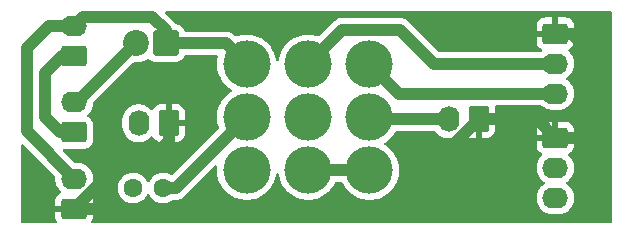
<source format=gbr>
%TF.GenerationSoftware,KiCad,Pcbnew,9.0.2*%
%TF.CreationDate,2025-06-25T15:10:39+01:00*%
%TF.ProjectId,FootSw,466f6f74-5377-42e6-9b69-6361645f7063,V1.1*%
%TF.SameCoordinates,Original*%
%TF.FileFunction,Copper,L2,Bot*%
%TF.FilePolarity,Positive*%
%FSLAX46Y46*%
G04 Gerber Fmt 4.6, Leading zero omitted, Abs format (unit mm)*
G04 Created by KiCad (PCBNEW 9.0.2) date 2025-06-25 15:10:39*
%MOMM*%
%LPD*%
G01*
G04 APERTURE LIST*
G04 Aperture macros list*
%AMRoundRect*
0 Rectangle with rounded corners*
0 $1 Rounding radius*
0 $2 $3 $4 $5 $6 $7 $8 $9 X,Y pos of 4 corners*
0 Add a 4 corners polygon primitive as box body*
4,1,4,$2,$3,$4,$5,$6,$7,$8,$9,$2,$3,0*
0 Add four circle primitives for the rounded corners*
1,1,$1+$1,$2,$3*
1,1,$1+$1,$4,$5*
1,1,$1+$1,$6,$7*
1,1,$1+$1,$8,$9*
0 Add four rect primitives between the rounded corners*
20,1,$1+$1,$2,$3,$4,$5,0*
20,1,$1+$1,$4,$5,$6,$7,0*
20,1,$1+$1,$6,$7,$8,$9,0*
20,1,$1+$1,$8,$9,$2,$3,0*%
G04 Aperture macros list end*
%TA.AperFunction,ComponentPad*%
%ADD10O,2.190000X1.740000*%
%TD*%
%TA.AperFunction,ComponentPad*%
%ADD11RoundRect,0.250000X0.845000X-0.620000X0.845000X0.620000X-0.845000X0.620000X-0.845000X-0.620000X0*%
%TD*%
%TA.AperFunction,ComponentPad*%
%ADD12C,1.600000*%
%TD*%
%TA.AperFunction,ComponentPad*%
%ADD13RoundRect,0.249999X0.850001X0.850001X-0.850001X0.850001X-0.850001X-0.850001X0.850001X-0.850001X0*%
%TD*%
%TA.AperFunction,ComponentPad*%
%ADD14C,2.200000*%
%TD*%
%TA.AperFunction,ComponentPad*%
%ADD15C,4.000000*%
%TD*%
%TA.AperFunction,ComponentPad*%
%ADD16RoundRect,0.250000X0.620000X0.845000X-0.620000X0.845000X-0.620000X-0.845000X0.620000X-0.845000X0*%
%TD*%
%TA.AperFunction,ComponentPad*%
%ADD17O,1.740000X2.190000*%
%TD*%
%TA.AperFunction,ComponentPad*%
%ADD18RoundRect,0.250000X-0.845000X0.620000X-0.845000X-0.620000X0.845000X-0.620000X0.845000X0.620000X0*%
%TD*%
%TA.AperFunction,Conductor*%
%ADD19C,1.000000*%
%TD*%
G04 APERTURE END LIST*
D10*
%TO.P,J8,2,Pin_2*%
%TO.N,Net-(D2-K)*%
X59500000Y-64210000D03*
D11*
%TO.P,J8,1,Pin_1*%
%TO.N,GND*%
X59500000Y-66750000D03*
%TD*%
D12*
%TO.P,R1,1*%
%TO.N,Net-(R1-Pad1)*%
X67045000Y-65000000D03*
%TO.P,R1,2*%
%TO.N,Net-(J5-Pin_2)*%
X64505000Y-65000000D03*
%TD*%
D13*
%TO.P,D2,1,K*%
%TO.N,Net-(D2-K)*%
X67250000Y-52750000D03*
D14*
%TO.P,D2,2,A*%
%TO.N,Net-(D2-A)*%
X64710000Y-52750000D03*
%TD*%
D15*
%TO.P,SW1,A1,A*%
%TO.N,Net-(D2-K)*%
X74100000Y-54500000D03*
%TO.P,SW1,A2,B*%
%TO.N,Net-(R1-Pad1)*%
X74100000Y-59000000D03*
%TO.P,SW1,A3,C*%
%TO.N,unconnected-(SW1-C-PadA3)*%
X74100000Y-63500000D03*
%TO.P,SW1,B1,A*%
%TO.N,Net-(J7-Pin_2)*%
X79300000Y-54500000D03*
%TO.P,SW1,B2,B*%
%TO.N,Net-(J1-Pin_3)*%
X79300000Y-59000000D03*
%TO.P,SW1,B3,C*%
%TO.N,Net-(SW1-C-PadB3)*%
X79300000Y-63500000D03*
%TO.P,SW1,C1,A*%
%TO.N,Net-(J7-Pin_3)*%
X84500000Y-54500000D03*
%TO.P,SW1,C2,B*%
%TO.N,Net-(J2-Pin_2)*%
X84500000Y-59000000D03*
%TO.P,SW1,C3,C*%
%TO.N,Net-(SW1-C-PadB3)*%
X84500000Y-63500000D03*
%TD*%
D11*
%TO.P,J9,1,Pin_1*%
%TO.N,Net-(J1-Pin_2)*%
X59500000Y-60290000D03*
D10*
%TO.P,J9,2,Pin_2*%
%TO.N,Net-(D2-A)*%
X59500000Y-57750000D03*
%TD*%
D16*
%TO.P,J5,1,Pin_1*%
%TO.N,GND*%
X67500000Y-59500000D03*
D17*
%TO.P,J5,2,Pin_2*%
%TO.N,Net-(J5-Pin_2)*%
X64960000Y-59500000D03*
%TD*%
D11*
%TO.P,J4,1,Pin_1*%
%TO.N,Net-(J1-Pin_2)*%
X59500000Y-53800000D03*
D10*
%TO.P,J4,2,Pin_2*%
%TO.N,Net-(D2-K)*%
X59500000Y-51260000D03*
%TD*%
D18*
%TO.P,J1,1,Pin_1*%
%TO.N,GND*%
X100250000Y-60750000D03*
D10*
%TO.P,J1,2,Pin_2*%
%TO.N,Net-(J1-Pin_2)*%
X100250000Y-63290000D03*
%TO.P,J1,3,Pin_3*%
%TO.N,Net-(J1-Pin_3)*%
X100250000Y-65830000D03*
%TD*%
D18*
%TO.P,J7,1,Pin_1*%
%TO.N,GND*%
X100250000Y-51920000D03*
D10*
%TO.P,J7,2,Pin_2*%
%TO.N,Net-(J7-Pin_2)*%
X100250000Y-54460000D03*
%TO.P,J7,3,Pin_3*%
%TO.N,Net-(J7-Pin_3)*%
X100250000Y-57000000D03*
%TD*%
D16*
%TO.P,J2,1,Pin_1*%
%TO.N,GND*%
X93750000Y-59170000D03*
D17*
%TO.P,J2,2,Pin_2*%
%TO.N,Net-(J2-Pin_2)*%
X91210000Y-59170000D03*
%TD*%
D19*
%TO.N,Net-(J7-Pin_2)*%
X100250000Y-54460000D02*
X89960000Y-54460000D01*
X89960000Y-54460000D02*
X87091791Y-51591791D01*
X87091791Y-51591791D02*
X82208209Y-51591791D01*
X82208209Y-51591791D02*
X79300000Y-54500000D01*
%TO.N,GND*%
X59500000Y-66750000D02*
X62250000Y-64000000D01*
X62250000Y-62250000D02*
X66250000Y-62250000D01*
X62250000Y-64000000D02*
X62250000Y-62250000D01*
X66250000Y-62250000D02*
X67500000Y-61000000D01*
X67500000Y-61000000D02*
X67500000Y-59500000D01*
%TO.N,Net-(J1-Pin_2)*%
X59500000Y-60290000D02*
X58290000Y-60290000D01*
X57000000Y-55250000D02*
X58450000Y-53800000D01*
X58290000Y-60290000D02*
X57000000Y-59000000D01*
X57000000Y-59000000D02*
X57000000Y-55250000D01*
X58450000Y-53800000D02*
X59500000Y-53800000D01*
%TO.N,Net-(D2-K)*%
X59500000Y-51260000D02*
X57405000Y-51260000D01*
X57405000Y-51260000D02*
X55501000Y-53164000D01*
X55501000Y-53164000D02*
X55501000Y-60211000D01*
X55501000Y-60211000D02*
X59500000Y-64210000D01*
X59500000Y-51260000D02*
X60259000Y-50501000D01*
X60259000Y-50501000D02*
X66100999Y-50501000D01*
X66100999Y-50501000D02*
X67250000Y-51650001D01*
X67250000Y-51650001D02*
X67250000Y-52750000D01*
%TO.N,GND*%
X100250000Y-60750000D02*
X102250000Y-60750000D01*
X102250000Y-60750000D02*
X104499000Y-58501000D01*
X104499000Y-58501000D02*
X104499000Y-54749000D01*
X104499000Y-54749000D02*
X101670000Y-51920000D01*
X101670000Y-51920000D02*
X100250000Y-51920000D01*
X93750000Y-59170000D02*
X98670000Y-59170000D01*
X98670000Y-59170000D02*
X100250000Y-60750000D01*
X59500000Y-66750000D02*
X86170000Y-66750000D01*
X86170000Y-66750000D02*
X93750000Y-59170000D01*
%TO.N,Net-(R1-Pad1)*%
X67045000Y-65000000D02*
X68100000Y-65000000D01*
X68100000Y-65000000D02*
X74100000Y-59000000D01*
%TO.N,Net-(D2-K)*%
X67250000Y-52750000D02*
X72350000Y-52750000D01*
X72350000Y-52750000D02*
X74100000Y-54500000D01*
%TO.N,Net-(D2-A)*%
X59500000Y-57750000D02*
X59710000Y-57750000D01*
X59710000Y-57750000D02*
X64710000Y-52750000D01*
%TO.N,Net-(J7-Pin_3)*%
X100250000Y-57000000D02*
X87000000Y-57000000D01*
X87000000Y-57000000D02*
X84500000Y-54500000D01*
%TO.N,Net-(J2-Pin_2)*%
X91210000Y-59170000D02*
X84670000Y-59170000D01*
X84670000Y-59170000D02*
X84500000Y-59000000D01*
%TO.N,Net-(SW1-C-PadB3)*%
X84500000Y-63500000D02*
X79300000Y-63500000D01*
%TD*%
%TA.AperFunction,Conductor*%
%TO.N,GND*%
G36*
X55205703Y-61331069D02*
G01*
X55212181Y-61337101D01*
X57869766Y-63994686D01*
X57903251Y-64056009D01*
X57904430Y-64097241D01*
X57904882Y-64097277D01*
X57904551Y-64101472D01*
X57904560Y-64101752D01*
X57904500Y-64102128D01*
X57904500Y-64317866D01*
X57938245Y-64530922D01*
X57938246Y-64530926D01*
X58004908Y-64736089D01*
X58102843Y-64928299D01*
X58229641Y-65102821D01*
X58229643Y-65102823D01*
X58372003Y-65245183D01*
X58405488Y-65306506D01*
X58400504Y-65376198D01*
X58358632Y-65432131D01*
X58336728Y-65445245D01*
X58335885Y-65445637D01*
X58186654Y-65537684D01*
X58062684Y-65661654D01*
X57970643Y-65810875D01*
X57970641Y-65810880D01*
X57915494Y-65977302D01*
X57915493Y-65977309D01*
X57905000Y-66080013D01*
X57905000Y-66500000D01*
X58957291Y-66500000D01*
X58945548Y-66520339D01*
X58905000Y-66671667D01*
X58905000Y-66828333D01*
X58945548Y-66979661D01*
X58957291Y-67000000D01*
X57905001Y-67000000D01*
X57905001Y-67419986D01*
X57915494Y-67522697D01*
X57970641Y-67689119D01*
X57970643Y-67689124D01*
X58045449Y-67810403D01*
X58063889Y-67877796D01*
X58042966Y-67944459D01*
X57989324Y-67989229D01*
X57939910Y-67999500D01*
X55124500Y-67999500D01*
X55057461Y-67979815D01*
X55011706Y-67927011D01*
X55000500Y-67875500D01*
X55000500Y-61424782D01*
X55020185Y-61357743D01*
X55072989Y-61311988D01*
X55142147Y-61302044D01*
X55205703Y-61331069D01*
G37*
%TD.AperFunction*%
%TA.AperFunction,Conductor*%
G36*
X104942539Y-50020185D02*
G01*
X104988294Y-50072989D01*
X104999500Y-50124500D01*
X104999500Y-67875500D01*
X104979815Y-67942539D01*
X104927011Y-67988294D01*
X104875500Y-67999500D01*
X61060090Y-67999500D01*
X60993051Y-67979815D01*
X60947296Y-67927011D01*
X60937352Y-67857853D01*
X60954551Y-67810403D01*
X61029356Y-67689124D01*
X61029358Y-67689119D01*
X61084505Y-67522697D01*
X61084506Y-67522690D01*
X61094999Y-67419986D01*
X61095000Y-67419973D01*
X61095000Y-67000000D01*
X60042709Y-67000000D01*
X60054452Y-66979661D01*
X60095000Y-66828333D01*
X60095000Y-66671667D01*
X60054452Y-66520339D01*
X60042709Y-66500000D01*
X61094999Y-66500000D01*
X61094999Y-66080028D01*
X61094998Y-66080013D01*
X61084505Y-65977302D01*
X61029358Y-65810880D01*
X61029356Y-65810875D01*
X60937315Y-65661654D01*
X60813345Y-65537684D01*
X60664118Y-65445640D01*
X60663277Y-65445248D01*
X60662796Y-65444824D01*
X60657975Y-65441851D01*
X60658483Y-65441027D01*
X60610836Y-65399078D01*
X60591681Y-65331885D01*
X60611894Y-65265003D01*
X60627987Y-65245192D01*
X60770359Y-65102821D01*
X60897157Y-64928299D01*
X60995092Y-64736089D01*
X61061754Y-64530926D01*
X61092729Y-64335359D01*
X61095500Y-64317866D01*
X61095500Y-64102133D01*
X61061754Y-63889077D01*
X61061754Y-63889074D01*
X60995092Y-63683911D01*
X60897157Y-63491701D01*
X60770359Y-63317179D01*
X60617821Y-63164641D01*
X60443299Y-63037843D01*
X60251089Y-62939908D01*
X60045926Y-62873246D01*
X60045924Y-62873245D01*
X60045922Y-62873245D01*
X59832866Y-62839500D01*
X59832861Y-62839500D01*
X59595782Y-62839500D01*
X59528743Y-62819815D01*
X59508101Y-62803181D01*
X58577100Y-61872180D01*
X58543615Y-61810857D01*
X58548599Y-61741165D01*
X58590471Y-61685232D01*
X58655935Y-61660815D01*
X58664753Y-61660499D01*
X60395008Y-61660499D01*
X60497797Y-61649999D01*
X60664334Y-61594814D01*
X60813656Y-61502712D01*
X60937712Y-61378656D01*
X61029814Y-61229334D01*
X61084999Y-61062797D01*
X61095500Y-60960009D01*
X61095499Y-59619992D01*
X61091243Y-59578333D01*
X61084999Y-59517203D01*
X61084998Y-59517200D01*
X61029814Y-59350666D01*
X61025358Y-59343441D01*
X60953761Y-59227363D01*
X60953760Y-59227361D01*
X60937714Y-59201347D01*
X60937711Y-59201343D01*
X60903501Y-59167133D01*
X63589500Y-59167133D01*
X63589500Y-59832866D01*
X63612377Y-59977302D01*
X63623246Y-60045926D01*
X63682577Y-60228528D01*
X63689909Y-60251091D01*
X63708624Y-60287821D01*
X63787843Y-60443299D01*
X63914641Y-60617821D01*
X64067179Y-60770359D01*
X64241701Y-60897157D01*
X64433911Y-60995092D01*
X64639074Y-61061754D01*
X64718973Y-61074408D01*
X64852134Y-61095500D01*
X64852139Y-61095500D01*
X65067866Y-61095500D01*
X65186230Y-61076752D01*
X65280926Y-61061754D01*
X65486089Y-60995092D01*
X65678299Y-60897157D01*
X65852821Y-60770359D01*
X65995186Y-60627993D01*
X66056505Y-60594511D01*
X66126197Y-60599495D01*
X66182131Y-60641366D01*
X66195248Y-60663277D01*
X66195640Y-60664118D01*
X66287684Y-60813345D01*
X66411654Y-60937315D01*
X66560875Y-61029356D01*
X66560880Y-61029358D01*
X66727302Y-61084505D01*
X66727309Y-61084506D01*
X66830019Y-61094999D01*
X67249999Y-61094999D01*
X67250000Y-61094998D01*
X67250000Y-60042709D01*
X67270339Y-60054452D01*
X67421667Y-60095000D01*
X67578333Y-60095000D01*
X67729661Y-60054452D01*
X67750000Y-60042709D01*
X67750000Y-61094999D01*
X68169972Y-61094999D01*
X68169986Y-61094998D01*
X68272697Y-61084505D01*
X68439119Y-61029358D01*
X68439124Y-61029356D01*
X68588345Y-60937315D01*
X68712315Y-60813345D01*
X68804356Y-60664124D01*
X68804358Y-60664119D01*
X68859505Y-60497697D01*
X68859506Y-60497690D01*
X68869999Y-60394986D01*
X68870000Y-60394973D01*
X68870000Y-59750000D01*
X68042709Y-59750000D01*
X68054452Y-59729661D01*
X68095000Y-59578333D01*
X68095000Y-59421667D01*
X68054452Y-59270339D01*
X68042709Y-59250000D01*
X68869999Y-59250000D01*
X68869999Y-58605028D01*
X68869998Y-58605013D01*
X68859505Y-58502302D01*
X68804358Y-58335880D01*
X68804356Y-58335875D01*
X68712315Y-58186654D01*
X68588345Y-58062684D01*
X68439124Y-57970643D01*
X68439119Y-57970641D01*
X68272697Y-57915494D01*
X68272690Y-57915493D01*
X68169986Y-57905000D01*
X67750000Y-57905000D01*
X67750000Y-58957290D01*
X67729661Y-58945548D01*
X67578333Y-58905000D01*
X67421667Y-58905000D01*
X67270339Y-58945548D01*
X67250000Y-58957290D01*
X67250000Y-57905000D01*
X66830028Y-57905000D01*
X66830012Y-57905001D01*
X66727302Y-57915494D01*
X66560880Y-57970641D01*
X66560875Y-57970643D01*
X66411654Y-58062684D01*
X66287684Y-58186654D01*
X66195637Y-58335885D01*
X66195245Y-58336728D01*
X66194821Y-58337208D01*
X66191851Y-58342025D01*
X66191027Y-58341517D01*
X66149072Y-58389167D01*
X66081879Y-58408318D01*
X66014998Y-58388101D01*
X65995183Y-58372003D01*
X65852823Y-58229643D01*
X65852821Y-58229641D01*
X65678299Y-58102843D01*
X65486089Y-58004908D01*
X65280926Y-57938246D01*
X65280924Y-57938245D01*
X65280922Y-57938245D01*
X65067866Y-57904500D01*
X65067861Y-57904500D01*
X64852139Y-57904500D01*
X64852134Y-57904500D01*
X64639077Y-57938245D01*
X64433908Y-58004909D01*
X64241700Y-58102843D01*
X64142129Y-58175186D01*
X64067179Y-58229641D01*
X64067177Y-58229643D01*
X64067176Y-58229643D01*
X63914643Y-58382176D01*
X63914643Y-58382177D01*
X63914641Y-58382179D01*
X63909564Y-58389167D01*
X63787843Y-58556700D01*
X63689909Y-58748908D01*
X63623245Y-58954077D01*
X63589500Y-59167133D01*
X60903501Y-59167133D01*
X60813657Y-59077289D01*
X60813656Y-59077288D01*
X60664334Y-58985186D01*
X60664326Y-58985181D01*
X60663645Y-58984864D01*
X60663256Y-58984521D01*
X60658187Y-58981395D01*
X60658721Y-58980528D01*
X60611208Y-58938688D01*
X60592060Y-58871494D01*
X60612280Y-58804614D01*
X60628366Y-58784813D01*
X60770359Y-58642821D01*
X60897157Y-58468299D01*
X60995092Y-58276089D01*
X61061754Y-58070926D01*
X61077637Y-57970643D01*
X61095500Y-57857866D01*
X61095500Y-57830781D01*
X61115185Y-57763742D01*
X61131814Y-57743105D01*
X64488349Y-54386569D01*
X64549670Y-54353086D01*
X64579166Y-54351086D01*
X64579166Y-54350500D01*
X64835961Y-54350500D01*
X64835962Y-54350500D01*
X65084785Y-54311090D01*
X65324379Y-54233241D01*
X65548845Y-54118870D01*
X65641936Y-54051234D01*
X65707742Y-54027754D01*
X65775796Y-54043579D01*
X65802503Y-54063871D01*
X65807288Y-54068656D01*
X65931344Y-54192712D01*
X66080665Y-54284814D01*
X66247202Y-54339999D01*
X66349990Y-54350500D01*
X66349995Y-54350500D01*
X68150005Y-54350500D01*
X68150010Y-54350500D01*
X68252798Y-54339999D01*
X68419335Y-54284814D01*
X68568656Y-54192712D01*
X68692712Y-54068656D01*
X68784814Y-53919335D01*
X68812596Y-53835494D01*
X68852368Y-53778051D01*
X68916883Y-53751228D01*
X68930301Y-53750500D01*
X71550772Y-53750500D01*
X71617811Y-53770185D01*
X71663566Y-53822989D01*
X71673510Y-53892147D01*
X71671663Y-53902092D01*
X71630945Y-54080487D01*
X71630942Y-54080505D01*
X71599500Y-54359568D01*
X71599500Y-54640431D01*
X71630942Y-54919494D01*
X71630945Y-54919512D01*
X71693439Y-55193317D01*
X71693443Y-55193329D01*
X71786200Y-55458411D01*
X71908053Y-55711442D01*
X71935691Y-55755427D01*
X72057477Y-55949248D01*
X72232584Y-56168825D01*
X72431175Y-56367416D01*
X72650752Y-56542523D01*
X72781727Y-56624820D01*
X72813852Y-56645006D01*
X72860143Y-56697341D01*
X72870791Y-56766394D01*
X72842416Y-56830243D01*
X72813852Y-56854994D01*
X72650753Y-56957476D01*
X72431175Y-57132583D01*
X72232583Y-57331175D01*
X72057476Y-57550753D01*
X71908053Y-57788557D01*
X71786200Y-58041588D01*
X71693443Y-58306670D01*
X71693439Y-58306682D01*
X71630945Y-58580487D01*
X71630942Y-58580505D01*
X71599500Y-58859568D01*
X71599500Y-59140431D01*
X71630942Y-59419494D01*
X71630945Y-59419512D01*
X71693439Y-59693317D01*
X71693440Y-59693319D01*
X71745034Y-59840769D01*
X71748595Y-59910548D01*
X71715673Y-59969404D01*
X67837187Y-63847891D01*
X67775864Y-63881376D01*
X67706172Y-63876392D01*
X67693211Y-63870695D01*
X67544223Y-63794781D01*
X67349534Y-63731522D01*
X67174995Y-63703878D01*
X67147352Y-63699500D01*
X66942648Y-63699500D01*
X66918329Y-63703351D01*
X66740465Y-63731522D01*
X66545776Y-63794781D01*
X66363386Y-63887715D01*
X66197786Y-64008028D01*
X66053028Y-64152786D01*
X65932715Y-64318386D01*
X65885485Y-64411080D01*
X65837510Y-64461876D01*
X65769689Y-64478671D01*
X65703554Y-64456134D01*
X65664515Y-64411080D01*
X65663883Y-64409840D01*
X65617287Y-64318390D01*
X65609556Y-64307749D01*
X65496971Y-64152786D01*
X65352213Y-64008028D01*
X65186613Y-63887715D01*
X65186612Y-63887714D01*
X65186610Y-63887713D01*
X65108455Y-63847891D01*
X65004223Y-63794781D01*
X64809534Y-63731522D01*
X64634995Y-63703878D01*
X64607352Y-63699500D01*
X64402648Y-63699500D01*
X64378329Y-63703351D01*
X64200465Y-63731522D01*
X64005776Y-63794781D01*
X63823386Y-63887715D01*
X63657786Y-64008028D01*
X63513028Y-64152786D01*
X63392715Y-64318386D01*
X63299781Y-64500776D01*
X63236522Y-64695465D01*
X63204500Y-64897648D01*
X63204500Y-65102352D01*
X63204575Y-65102823D01*
X63236522Y-65304534D01*
X63299781Y-65499223D01*
X63363691Y-65624653D01*
X63370381Y-65637782D01*
X63392715Y-65681613D01*
X63513028Y-65847213D01*
X63657786Y-65991971D01*
X63778968Y-66080013D01*
X63823390Y-66112287D01*
X63907219Y-66155000D01*
X64005776Y-66205218D01*
X64005778Y-66205218D01*
X64005781Y-66205220D01*
X64110137Y-66239127D01*
X64200465Y-66268477D01*
X64234591Y-66273882D01*
X64402648Y-66300500D01*
X64402649Y-66300500D01*
X64607351Y-66300500D01*
X64607352Y-66300500D01*
X64809534Y-66268477D01*
X65004219Y-66205220D01*
X65186610Y-66112287D01*
X65307877Y-66024182D01*
X65352213Y-65991971D01*
X65352215Y-65991968D01*
X65352219Y-65991966D01*
X65496966Y-65847219D01*
X65496968Y-65847215D01*
X65496971Y-65847213D01*
X65601913Y-65702770D01*
X65617287Y-65681610D01*
X65664516Y-65588917D01*
X65712489Y-65538123D01*
X65780310Y-65521328D01*
X65846445Y-65543865D01*
X65885483Y-65588917D01*
X65922545Y-65661654D01*
X65932715Y-65681614D01*
X66053028Y-65847213D01*
X66197786Y-65991971D01*
X66318968Y-66080013D01*
X66363390Y-66112287D01*
X66447219Y-66155000D01*
X66545776Y-66205218D01*
X66545778Y-66205218D01*
X66545781Y-66205220D01*
X66650137Y-66239127D01*
X66740465Y-66268477D01*
X66774591Y-66273882D01*
X66942648Y-66300500D01*
X66942649Y-66300500D01*
X67147351Y-66300500D01*
X67147352Y-66300500D01*
X67349534Y-66268477D01*
X67544219Y-66205220D01*
X67726610Y-66112287D01*
X67847877Y-66024181D01*
X67913683Y-66000702D01*
X67920762Y-66000500D01*
X68198542Y-66000500D01*
X68217672Y-65996694D01*
X68295188Y-65981275D01*
X68391836Y-65962051D01*
X68450235Y-65937861D01*
X68573914Y-65886632D01*
X68737782Y-65777139D01*
X68877139Y-65637782D01*
X68877139Y-65637780D01*
X68887347Y-65627573D01*
X68887348Y-65627570D01*
X71405321Y-63109597D01*
X71466643Y-63076114D01*
X71536335Y-63081098D01*
X71592268Y-63122970D01*
X71616685Y-63188434D01*
X71616221Y-63211163D01*
X71599500Y-63359568D01*
X71599500Y-63640431D01*
X71630942Y-63919494D01*
X71630945Y-63919512D01*
X71693439Y-64193317D01*
X71693443Y-64193329D01*
X71786200Y-64458411D01*
X71908053Y-64711442D01*
X71908055Y-64711445D01*
X72057477Y-64949248D01*
X72232584Y-65168825D01*
X72431175Y-65367416D01*
X72650752Y-65542523D01*
X72888555Y-65691945D01*
X73141592Y-65813801D01*
X73340680Y-65883465D01*
X73406670Y-65906556D01*
X73406682Y-65906560D01*
X73680491Y-65969055D01*
X73680497Y-65969055D01*
X73680505Y-65969057D01*
X73866547Y-65990018D01*
X73959569Y-66000499D01*
X73959572Y-66000500D01*
X73959575Y-66000500D01*
X74240428Y-66000500D01*
X74240429Y-66000499D01*
X74411053Y-65981275D01*
X74519494Y-65969057D01*
X74519499Y-65969056D01*
X74519509Y-65969055D01*
X74793318Y-65906560D01*
X75058408Y-65813801D01*
X75311445Y-65691945D01*
X75549248Y-65542523D01*
X75768825Y-65367416D01*
X75967416Y-65168825D01*
X76142523Y-64949248D01*
X76291945Y-64711445D01*
X76413801Y-64458408D01*
X76506560Y-64193318D01*
X76569055Y-63919509D01*
X76572484Y-63889077D01*
X76576780Y-63850952D01*
X76603846Y-63786538D01*
X76661441Y-63746982D01*
X76731278Y-63744845D01*
X76791185Y-63780803D01*
X76822140Y-63843441D01*
X76823220Y-63850952D01*
X76830942Y-63919494D01*
X76830945Y-63919512D01*
X76893439Y-64193317D01*
X76893443Y-64193329D01*
X76986200Y-64458411D01*
X77108053Y-64711442D01*
X77108055Y-64711445D01*
X77257477Y-64949248D01*
X77432584Y-65168825D01*
X77631175Y-65367416D01*
X77850752Y-65542523D01*
X78088555Y-65691945D01*
X78341592Y-65813801D01*
X78540680Y-65883465D01*
X78606670Y-65906556D01*
X78606682Y-65906560D01*
X78880491Y-65969055D01*
X78880497Y-65969055D01*
X78880505Y-65969057D01*
X79066547Y-65990018D01*
X79159569Y-66000499D01*
X79159572Y-66000500D01*
X79159575Y-66000500D01*
X79440428Y-66000500D01*
X79440429Y-66000499D01*
X79611053Y-65981275D01*
X79719494Y-65969057D01*
X79719499Y-65969056D01*
X79719509Y-65969055D01*
X79993318Y-65906560D01*
X80258408Y-65813801D01*
X80511445Y-65691945D01*
X80749248Y-65542523D01*
X80968825Y-65367416D01*
X81167416Y-65168825D01*
X81342523Y-64949248D01*
X81491945Y-64711445D01*
X81516567Y-64660318D01*
X81559725Y-64570699D01*
X81606547Y-64518839D01*
X81671445Y-64500500D01*
X82128555Y-64500500D01*
X82195594Y-64520185D01*
X82240275Y-64570699D01*
X82308051Y-64711439D01*
X82308055Y-64711445D01*
X82457477Y-64949248D01*
X82632584Y-65168825D01*
X82831175Y-65367416D01*
X83050752Y-65542523D01*
X83288555Y-65691945D01*
X83541592Y-65813801D01*
X83740680Y-65883465D01*
X83806670Y-65906556D01*
X83806682Y-65906560D01*
X84080491Y-65969055D01*
X84080497Y-65969055D01*
X84080505Y-65969057D01*
X84266547Y-65990018D01*
X84359569Y-66000499D01*
X84359572Y-66000500D01*
X84359575Y-66000500D01*
X84640428Y-66000500D01*
X84640429Y-66000499D01*
X84811053Y-65981275D01*
X84919494Y-65969057D01*
X84919499Y-65969056D01*
X84919509Y-65969055D01*
X85193318Y-65906560D01*
X85458408Y-65813801D01*
X85711445Y-65691945D01*
X85949248Y-65542523D01*
X86168825Y-65367416D01*
X86367416Y-65168825D01*
X86542523Y-64949248D01*
X86691945Y-64711445D01*
X86813801Y-64458408D01*
X86906560Y-64193318D01*
X86969055Y-63919509D01*
X86972638Y-63887715D01*
X86995600Y-63683911D01*
X87000500Y-63640425D01*
X87000500Y-63359575D01*
X86988494Y-63253017D01*
X86981524Y-63191150D01*
X86980508Y-63182133D01*
X98654500Y-63182133D01*
X98654500Y-63397866D01*
X98688245Y-63610922D01*
X98688246Y-63610926D01*
X98754908Y-63816089D01*
X98852843Y-64008299D01*
X98979641Y-64182821D01*
X99132179Y-64335359D01*
X99236400Y-64411080D01*
X99303294Y-64459682D01*
X99345959Y-64515012D01*
X99351938Y-64584626D01*
X99319332Y-64646421D01*
X99303294Y-64660318D01*
X99241684Y-64705081D01*
X99132179Y-64784641D01*
X99132177Y-64784643D01*
X99132176Y-64784643D01*
X98979643Y-64937176D01*
X98979643Y-64937177D01*
X98979641Y-64937179D01*
X98925186Y-65012129D01*
X98852843Y-65111700D01*
X98754909Y-65303908D01*
X98688245Y-65509077D01*
X98654500Y-65722133D01*
X98654500Y-65937866D01*
X98682126Y-66112287D01*
X98688246Y-66150926D01*
X98754908Y-66356089D01*
X98852843Y-66548299D01*
X98979641Y-66722821D01*
X99132179Y-66875359D01*
X99306701Y-67002157D01*
X99498911Y-67100092D01*
X99704074Y-67166754D01*
X99783973Y-67179408D01*
X99917134Y-67200500D01*
X99917139Y-67200500D01*
X100582866Y-67200500D01*
X100701230Y-67181752D01*
X100795926Y-67166754D01*
X101001089Y-67100092D01*
X101193299Y-67002157D01*
X101367821Y-66875359D01*
X101520359Y-66722821D01*
X101647157Y-66548299D01*
X101745092Y-66356089D01*
X101811754Y-66150926D01*
X101835579Y-66000500D01*
X101845500Y-65937866D01*
X101845500Y-65722133D01*
X101816285Y-65537684D01*
X101811754Y-65509074D01*
X101745092Y-65303911D01*
X101647157Y-65111701D01*
X101520359Y-64937179D01*
X101367821Y-64784641D01*
X101196704Y-64660317D01*
X101154040Y-64604988D01*
X101148061Y-64535374D01*
X101180667Y-64473580D01*
X101196702Y-64459684D01*
X101367821Y-64335359D01*
X101520359Y-64182821D01*
X101647157Y-64008299D01*
X101745092Y-63816089D01*
X101811754Y-63610926D01*
X101830637Y-63491701D01*
X101845500Y-63397866D01*
X101845500Y-63182133D01*
X101811754Y-62969077D01*
X101811754Y-62969074D01*
X101745092Y-62763911D01*
X101647157Y-62571701D01*
X101520359Y-62397179D01*
X101377996Y-62254816D01*
X101344511Y-62193493D01*
X101349495Y-62123801D01*
X101391367Y-62067868D01*
X101413289Y-62054745D01*
X101414127Y-62054354D01*
X101563345Y-61962315D01*
X101687315Y-61838345D01*
X101779356Y-61689124D01*
X101779358Y-61689119D01*
X101834505Y-61522697D01*
X101834506Y-61522690D01*
X101844999Y-61419986D01*
X101845000Y-61419973D01*
X101845000Y-61000000D01*
X100792709Y-61000000D01*
X100804452Y-60979661D01*
X100845000Y-60828333D01*
X100845000Y-60671667D01*
X100804452Y-60520339D01*
X100792709Y-60500000D01*
X101844999Y-60500000D01*
X101844999Y-60080028D01*
X101844998Y-60080013D01*
X101834505Y-59977302D01*
X101779358Y-59810880D01*
X101779356Y-59810875D01*
X101687315Y-59661654D01*
X101563345Y-59537684D01*
X101414124Y-59445643D01*
X101414119Y-59445641D01*
X101247697Y-59390494D01*
X101247690Y-59390493D01*
X101144986Y-59380000D01*
X100500000Y-59380000D01*
X100500000Y-60207290D01*
X100479661Y-60195548D01*
X100328333Y-60155000D01*
X100171667Y-60155000D01*
X100020339Y-60195548D01*
X100000000Y-60207290D01*
X100000000Y-59380000D01*
X99355028Y-59380000D01*
X99355012Y-59380001D01*
X99252302Y-59390494D01*
X99085880Y-59445641D01*
X99085875Y-59445643D01*
X98936654Y-59537684D01*
X98812684Y-59661654D01*
X98720643Y-59810875D01*
X98720641Y-59810880D01*
X98665494Y-59977302D01*
X98665493Y-59977309D01*
X98655000Y-60080013D01*
X98655000Y-60500000D01*
X99707291Y-60500000D01*
X99695548Y-60520339D01*
X99655000Y-60671667D01*
X99655000Y-60828333D01*
X99695548Y-60979661D01*
X99707291Y-61000000D01*
X98655001Y-61000000D01*
X98655001Y-61419986D01*
X98665494Y-61522697D01*
X98720641Y-61689119D01*
X98720643Y-61689124D01*
X98812684Y-61838345D01*
X98936654Y-61962315D01*
X99085876Y-62054356D01*
X99086716Y-62054748D01*
X99087195Y-62055170D01*
X99092025Y-62058149D01*
X99091516Y-62058973D01*
X99139160Y-62100915D01*
X99158318Y-62168107D01*
X99138109Y-62234990D01*
X99122004Y-62254816D01*
X98979640Y-62397180D01*
X98852843Y-62571700D01*
X98754909Y-62763908D01*
X98688245Y-62969077D01*
X98654500Y-63182133D01*
X86980508Y-63182133D01*
X86969056Y-63080503D01*
X86969055Y-63080491D01*
X86906560Y-62806682D01*
X86813801Y-62541592D01*
X86691945Y-62288555D01*
X86542523Y-62050752D01*
X86367416Y-61831175D01*
X86168825Y-61632584D01*
X85949248Y-61457477D01*
X85786146Y-61354992D01*
X85739856Y-61302659D01*
X85729208Y-61233606D01*
X85757583Y-61169757D01*
X85786145Y-61145007D01*
X85949248Y-61042523D01*
X86168825Y-60867416D01*
X86367416Y-60668825D01*
X86542523Y-60449248D01*
X86681211Y-60228527D01*
X86733546Y-60182237D01*
X86786205Y-60170500D01*
X90016221Y-60170500D01*
X90083260Y-60190185D01*
X90116537Y-60221612D01*
X90164641Y-60287821D01*
X90317179Y-60440359D01*
X90491701Y-60567157D01*
X90683911Y-60665092D01*
X90889074Y-60731754D01*
X90968973Y-60744408D01*
X91102134Y-60765500D01*
X91102139Y-60765500D01*
X91317866Y-60765500D01*
X91436230Y-60746752D01*
X91530926Y-60731754D01*
X91736089Y-60665092D01*
X91928299Y-60567157D01*
X92102821Y-60440359D01*
X92245186Y-60297993D01*
X92306505Y-60264511D01*
X92376197Y-60269495D01*
X92432131Y-60311366D01*
X92445248Y-60333277D01*
X92445640Y-60334118D01*
X92537684Y-60483345D01*
X92661654Y-60607315D01*
X92810875Y-60699356D01*
X92810880Y-60699358D01*
X92977302Y-60754505D01*
X92977309Y-60754506D01*
X93080019Y-60764999D01*
X93499999Y-60764999D01*
X93500000Y-60764998D01*
X93500000Y-59712709D01*
X93520339Y-59724452D01*
X93671667Y-59765000D01*
X93828333Y-59765000D01*
X93979661Y-59724452D01*
X94000000Y-59712709D01*
X94000000Y-60764999D01*
X94419972Y-60764999D01*
X94419986Y-60764998D01*
X94522697Y-60754505D01*
X94689119Y-60699358D01*
X94689124Y-60699356D01*
X94838345Y-60607315D01*
X94962315Y-60483345D01*
X95054356Y-60334124D01*
X95054358Y-60334119D01*
X95109505Y-60167697D01*
X95109506Y-60167689D01*
X95119999Y-60064979D01*
X95120000Y-60064973D01*
X95120000Y-59420000D01*
X94292709Y-59420000D01*
X94304452Y-59399661D01*
X94345000Y-59248333D01*
X94345000Y-59091667D01*
X94304452Y-58940339D01*
X94292709Y-58920000D01*
X95119999Y-58920000D01*
X95119999Y-58275028D01*
X95119998Y-58275013D01*
X95109505Y-58172301D01*
X95106591Y-58163506D01*
X95104188Y-58093677D01*
X95139919Y-58033635D01*
X95202438Y-58002442D01*
X95224296Y-58000500D01*
X99035958Y-58000500D01*
X99102997Y-58020185D01*
X99123639Y-58036819D01*
X99132179Y-58045359D01*
X99306701Y-58172157D01*
X99498911Y-58270092D01*
X99704074Y-58336754D01*
X99783973Y-58349408D01*
X99917134Y-58370500D01*
X99917139Y-58370500D01*
X100582866Y-58370500D01*
X100701230Y-58351752D01*
X100795926Y-58336754D01*
X101001089Y-58270092D01*
X101193299Y-58172157D01*
X101367821Y-58045359D01*
X101520359Y-57892821D01*
X101647157Y-57718299D01*
X101745092Y-57526089D01*
X101811754Y-57320926D01*
X101827120Y-57223911D01*
X101845500Y-57107866D01*
X101845500Y-56892133D01*
X101820391Y-56733606D01*
X101811754Y-56679074D01*
X101745092Y-56473911D01*
X101647157Y-56281701D01*
X101520359Y-56107179D01*
X101367821Y-55954641D01*
X101196704Y-55830317D01*
X101154040Y-55774988D01*
X101148061Y-55705374D01*
X101180667Y-55643580D01*
X101196702Y-55629684D01*
X101367821Y-55505359D01*
X101520359Y-55352821D01*
X101647157Y-55178299D01*
X101745092Y-54986089D01*
X101811754Y-54780926D01*
X101834007Y-54640425D01*
X101845500Y-54567866D01*
X101845500Y-54352133D01*
X101814337Y-54155382D01*
X101811754Y-54139074D01*
X101745092Y-53933911D01*
X101647157Y-53741701D01*
X101520359Y-53567179D01*
X101377996Y-53424816D01*
X101344511Y-53363493D01*
X101349495Y-53293801D01*
X101391367Y-53237868D01*
X101413289Y-53224745D01*
X101414127Y-53224354D01*
X101563345Y-53132315D01*
X101687315Y-53008345D01*
X101779356Y-52859124D01*
X101779358Y-52859119D01*
X101834505Y-52692697D01*
X101834506Y-52692690D01*
X101844999Y-52589986D01*
X101845000Y-52589973D01*
X101845000Y-52170000D01*
X100792709Y-52170000D01*
X100804452Y-52149661D01*
X100845000Y-51998333D01*
X100845000Y-51841667D01*
X100804452Y-51690339D01*
X100792709Y-51670000D01*
X101844999Y-51670000D01*
X101844999Y-51250028D01*
X101844998Y-51250013D01*
X101834505Y-51147302D01*
X101779358Y-50980880D01*
X101779356Y-50980875D01*
X101687315Y-50831654D01*
X101563345Y-50707684D01*
X101414124Y-50615643D01*
X101414119Y-50615641D01*
X101247697Y-50560494D01*
X101247690Y-50560493D01*
X101144986Y-50550000D01*
X100500000Y-50550000D01*
X100500000Y-51377290D01*
X100479661Y-51365548D01*
X100328333Y-51325000D01*
X100171667Y-51325000D01*
X100020339Y-51365548D01*
X100000000Y-51377290D01*
X100000000Y-50550000D01*
X99355028Y-50550000D01*
X99355012Y-50550001D01*
X99252302Y-50560494D01*
X99085880Y-50615641D01*
X99085875Y-50615643D01*
X98936654Y-50707684D01*
X98812684Y-50831654D01*
X98720643Y-50980875D01*
X98720641Y-50980880D01*
X98665494Y-51147302D01*
X98665493Y-51147309D01*
X98655000Y-51250013D01*
X98655000Y-51670000D01*
X99707291Y-51670000D01*
X99695548Y-51690339D01*
X99655000Y-51841667D01*
X99655000Y-51998333D01*
X99695548Y-52149661D01*
X99707291Y-52170000D01*
X98655001Y-52170000D01*
X98655001Y-52589986D01*
X98665494Y-52692697D01*
X98720641Y-52859119D01*
X98720643Y-52859124D01*
X98812684Y-53008345D01*
X98936654Y-53132315D01*
X99092025Y-53228149D01*
X99090936Y-53229913D01*
X99135657Y-53269289D01*
X99154810Y-53336482D01*
X99134595Y-53403363D01*
X99081431Y-53448699D01*
X99030814Y-53459500D01*
X90425782Y-53459500D01*
X90358743Y-53439815D01*
X90338101Y-53423181D01*
X87873270Y-50958350D01*
X87873250Y-50958328D01*
X87729576Y-50814654D01*
X87729572Y-50814651D01*
X87565711Y-50705162D01*
X87565698Y-50705155D01*
X87439489Y-50652878D01*
X87439483Y-50652876D01*
X87431334Y-50649501D01*
X87383627Y-50629740D01*
X87231807Y-50599541D01*
X87228518Y-50598886D01*
X87228515Y-50598886D01*
X87190333Y-50591291D01*
X87190332Y-50591291D01*
X82312884Y-50591291D01*
X82312864Y-50591290D01*
X82306750Y-50591290D01*
X82109669Y-50591290D01*
X82109666Y-50591290D01*
X81916381Y-50629737D01*
X81916373Y-50629739D01*
X81734297Y-50705157D01*
X81734288Y-50705162D01*
X81570428Y-50814650D01*
X81570424Y-50814653D01*
X80269404Y-52115673D01*
X80208081Y-52149158D01*
X80140769Y-52145034D01*
X79993319Y-52093440D01*
X79993317Y-52093439D01*
X79719512Y-52030945D01*
X79719494Y-52030942D01*
X79440431Y-51999500D01*
X79440425Y-51999500D01*
X79159575Y-51999500D01*
X79159568Y-51999500D01*
X78880505Y-52030942D01*
X78880487Y-52030945D01*
X78606682Y-52093439D01*
X78606670Y-52093443D01*
X78341588Y-52186200D01*
X78088557Y-52308053D01*
X77850753Y-52457476D01*
X77631175Y-52632583D01*
X77432583Y-52831175D01*
X77257476Y-53050753D01*
X77108053Y-53288557D01*
X76986200Y-53541588D01*
X76893443Y-53806670D01*
X76893439Y-53806682D01*
X76830945Y-54080487D01*
X76830943Y-54080503D01*
X76823220Y-54149048D01*
X76796154Y-54213462D01*
X76738559Y-54253017D01*
X76668722Y-54255154D01*
X76608815Y-54219196D01*
X76577860Y-54156558D01*
X76576780Y-54149048D01*
X76572124Y-54107737D01*
X76569055Y-54080491D01*
X76506560Y-53806682D01*
X76413801Y-53541592D01*
X76291945Y-53288555D01*
X76142523Y-53050752D01*
X75967416Y-52831175D01*
X75768825Y-52632584D01*
X75762832Y-52627805D01*
X75621379Y-52515000D01*
X75549248Y-52457477D01*
X75311445Y-52308055D01*
X75311442Y-52308053D01*
X75058411Y-52186200D01*
X74793329Y-52093443D01*
X74793317Y-52093439D01*
X74519512Y-52030945D01*
X74519494Y-52030942D01*
X74240431Y-51999500D01*
X74240425Y-51999500D01*
X73959575Y-51999500D01*
X73959568Y-51999500D01*
X73680505Y-52030942D01*
X73680487Y-52030945D01*
X73406687Y-52093438D01*
X73406675Y-52093442D01*
X73259228Y-52145034D01*
X73189449Y-52148595D01*
X73130593Y-52115673D01*
X73127139Y-52112219D01*
X73127139Y-52112218D01*
X72987782Y-51972861D01*
X72987781Y-51972860D01*
X72987780Y-51972859D01*
X72823920Y-51863371D01*
X72823911Y-51863366D01*
X72751315Y-51833296D01*
X72695165Y-51810038D01*
X72641836Y-51787949D01*
X72641832Y-51787948D01*
X72641828Y-51787946D01*
X72545188Y-51768724D01*
X72448544Y-51749500D01*
X72448541Y-51749500D01*
X68930301Y-51749500D01*
X68863262Y-51729815D01*
X68817507Y-51677011D01*
X68812598Y-51664512D01*
X68784814Y-51580665D01*
X68692712Y-51431344D01*
X68568656Y-51307288D01*
X68419335Y-51215186D01*
X68252798Y-51160001D01*
X68252795Y-51160000D01*
X68174654Y-51152017D01*
X68109962Y-51125620D01*
X68084155Y-51097551D01*
X68027139Y-51012219D01*
X68027137Y-51012216D01*
X67884686Y-50869765D01*
X67884655Y-50869736D01*
X67227100Y-50212181D01*
X67193615Y-50150858D01*
X67198599Y-50081166D01*
X67240471Y-50025233D01*
X67305935Y-50000816D01*
X67314781Y-50000500D01*
X104875500Y-50000500D01*
X104942539Y-50020185D01*
G37*
%TD.AperFunction*%
%TD*%
M02*

</source>
